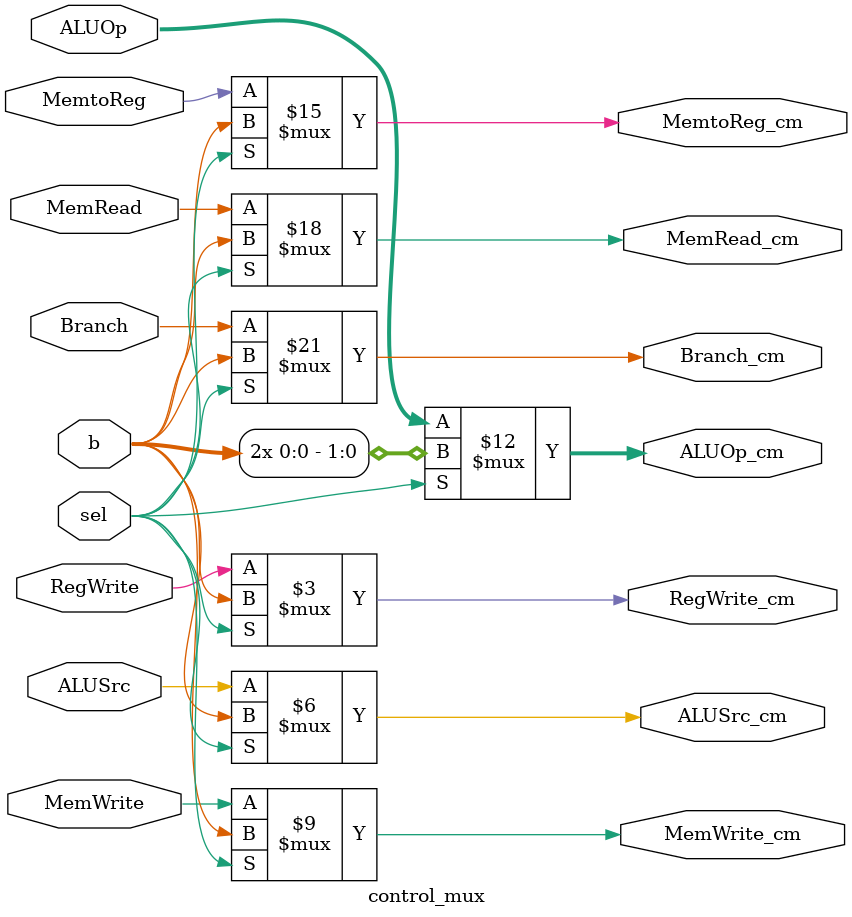
<source format=v>
module control_mux(
	// from control unit 
	input Branch,  
	input MemRead,
	input MemtoReg,
	input [1:0] ALUOp,
	input MemWrite,
	input ALUSrc,
	input RegWrite, 
	
	input b,   
	
	input sel, 
	output reg Branch_cm,  
	output reg MemRead_cm,
	output reg MemtoReg_cm,
	output reg [1:0] ALUOp_cm,
	output reg MemWrite_cm,
	output reg ALUSrc_cm,
	output reg RegWrite_cm
);
always @(*)
begin 
if (sel)
begin 
	Branch_cm = b; 
	MemRead_cm = b; 
	MemtoReg_cm = b; 
	ALUOp_cm = {b, b}; 
	MemWrite_cm = b; 
	ALUSrc_cm = b; 
	RegWrite_cm = b;
end 	
else
begin
	Branch_cm = Branch; 
	MemRead_cm = MemRead; 
	MemtoReg_cm = MemtoReg; 
	ALUOp_cm = ALUOp; 
	MemWrite_cm = MemWrite; 
	ALUSrc_cm = ALUSrc; 
	RegWrite_cm = RegWrite;
end 

end 
endmodule 
</source>
